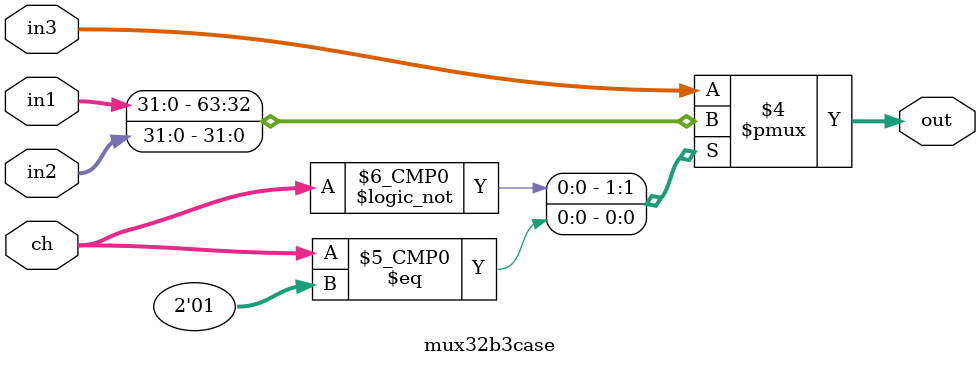
<source format=v>
`timescale 1ns/1ps
module mux32b3case(input[31:0] in1, input[31:0] in2, input[31:0] in3, input[1:0] ch, output reg[31:0] out);
	always@(*)
		begin
			case(ch)
			2'b00:
				begin
					out = in1;
				end
			2'b01:
				begin
					out = in2;
				end
			2'b10:
				begin
					out = in3;
				end
			default:
				begin
					out = in3;
				end
			endcase
		end
endmodule
</source>
